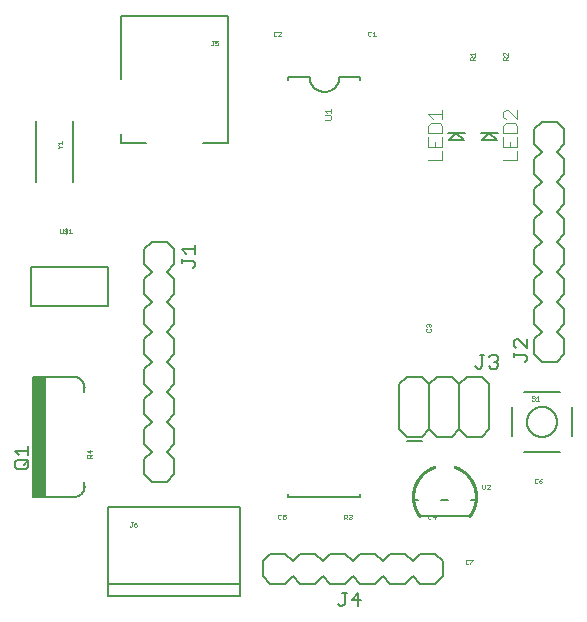
<source format=gto>
G75*
%MOIN*%
%OFA0B0*%
%FSLAX25Y25*%
%IPPOS*%
%LPD*%
%AMOC8*
5,1,8,0,0,1.08239X$1,22.5*
%
%ADD10C,0.00100*%
%ADD11C,0.00800*%
%ADD12C,0.00500*%
%ADD13C,0.00400*%
%ADD14R,0.04000X0.40000*%
%ADD15C,0.00200*%
%ADD16C,0.00080*%
D10*
X0134282Y0054050D02*
X0134282Y0054801D01*
X0134532Y0055051D01*
X0135033Y0055051D01*
X0135283Y0054801D01*
X0135283Y0054050D01*
X0135783Y0054050D02*
X0134282Y0054050D01*
X0135283Y0054550D02*
X0135783Y0055051D01*
X0135033Y0055523D02*
X0135033Y0056524D01*
X0135783Y0056274D02*
X0134282Y0056274D01*
X0135033Y0055523D01*
X0148884Y0032551D02*
X0149384Y0032551D01*
X0149134Y0032551D02*
X0149134Y0031300D01*
X0148884Y0031050D01*
X0148634Y0031050D01*
X0148383Y0031300D01*
X0149857Y0031300D02*
X0150107Y0031050D01*
X0150607Y0031050D01*
X0150857Y0031300D01*
X0150857Y0031550D01*
X0150607Y0031801D01*
X0149857Y0031801D01*
X0149857Y0031300D01*
X0149857Y0031801D02*
X0150357Y0032301D01*
X0150857Y0032551D01*
X0197883Y0033800D02*
X0198134Y0033550D01*
X0198634Y0033550D01*
X0198884Y0033800D01*
X0199357Y0033800D02*
X0199607Y0033550D01*
X0200107Y0033550D01*
X0200357Y0033800D01*
X0200357Y0034301D01*
X0200107Y0034551D01*
X0199857Y0034551D01*
X0199357Y0034301D01*
X0199357Y0035051D01*
X0200357Y0035051D01*
X0198884Y0034801D02*
X0198634Y0035051D01*
X0198134Y0035051D01*
X0197883Y0034801D01*
X0197883Y0033800D01*
X0219883Y0034050D02*
X0220634Y0034050D01*
X0220884Y0034301D01*
X0220884Y0034801D01*
X0220634Y0035051D01*
X0219883Y0035051D01*
X0219883Y0033550D01*
X0220384Y0034050D02*
X0220884Y0033550D01*
X0221357Y0033800D02*
X0221607Y0033550D01*
X0222107Y0033550D01*
X0222357Y0033800D01*
X0222357Y0034050D01*
X0222107Y0034301D01*
X0221857Y0034301D01*
X0222107Y0034301D02*
X0222357Y0034551D01*
X0222357Y0034801D01*
X0222107Y0035051D01*
X0221607Y0035051D01*
X0221357Y0034801D01*
X0247883Y0034801D02*
X0247883Y0033800D01*
X0248134Y0033550D01*
X0248634Y0033550D01*
X0248884Y0033800D01*
X0249357Y0034301D02*
X0250357Y0034301D01*
X0250107Y0035051D02*
X0249357Y0034301D01*
X0248884Y0034801D02*
X0248634Y0035051D01*
X0248134Y0035051D01*
X0247883Y0034801D01*
X0250107Y0035051D02*
X0250107Y0033550D01*
X0260634Y0020051D02*
X0260383Y0019801D01*
X0260383Y0018800D01*
X0260634Y0018550D01*
X0261134Y0018550D01*
X0261384Y0018800D01*
X0261857Y0018800D02*
X0261857Y0018550D01*
X0261857Y0018800D02*
X0262857Y0019801D01*
X0262857Y0020051D01*
X0261857Y0020051D01*
X0261384Y0019801D02*
X0261134Y0020051D01*
X0260634Y0020051D01*
X0283634Y0045550D02*
X0284134Y0045550D01*
X0284384Y0045800D01*
X0284857Y0045800D02*
X0285107Y0045550D01*
X0285607Y0045550D01*
X0285857Y0045800D01*
X0285857Y0046050D01*
X0285607Y0046301D01*
X0284857Y0046301D01*
X0284857Y0045800D01*
X0284857Y0046301D02*
X0285357Y0046801D01*
X0285857Y0047051D01*
X0284384Y0046801D02*
X0284134Y0047051D01*
X0283634Y0047051D01*
X0283383Y0046801D01*
X0283383Y0045800D01*
X0283634Y0045550D01*
X0283857Y0073050D02*
X0284857Y0073050D01*
X0284357Y0073050D02*
X0284357Y0074551D01*
X0283857Y0074051D01*
X0283384Y0074301D02*
X0283134Y0074551D01*
X0282634Y0074551D01*
X0282383Y0074301D01*
X0282383Y0074051D01*
X0282634Y0073801D01*
X0283134Y0073801D01*
X0283384Y0073550D01*
X0283384Y0073300D01*
X0283134Y0073050D01*
X0282634Y0073050D01*
X0282383Y0073300D01*
X0248783Y0096300D02*
X0248783Y0096801D01*
X0248533Y0097051D01*
X0248533Y0097523D02*
X0248783Y0097773D01*
X0248783Y0098274D01*
X0248533Y0098524D01*
X0248283Y0098524D01*
X0248033Y0098274D01*
X0248033Y0098024D01*
X0248033Y0098274D02*
X0247782Y0098524D01*
X0247532Y0098524D01*
X0247282Y0098274D01*
X0247282Y0097773D01*
X0247532Y0097523D01*
X0247532Y0097051D02*
X0247282Y0096801D01*
X0247282Y0096300D01*
X0247532Y0096050D01*
X0248533Y0096050D01*
X0248783Y0096300D01*
X0129081Y0128800D02*
X0128080Y0128800D01*
X0128580Y0128800D02*
X0128580Y0130301D01*
X0128080Y0129801D01*
X0127607Y0130051D02*
X0127357Y0130301D01*
X0126857Y0130301D01*
X0126607Y0130051D01*
X0126607Y0129801D01*
X0126857Y0129551D01*
X0127357Y0129551D01*
X0127607Y0129300D01*
X0127607Y0129050D01*
X0127357Y0128800D01*
X0126857Y0128800D01*
X0126607Y0129050D01*
X0126134Y0129050D02*
X0126134Y0130301D01*
X0125133Y0130301D02*
X0125133Y0129050D01*
X0125384Y0128800D01*
X0125884Y0128800D01*
X0126134Y0129050D01*
X0127107Y0128550D02*
X0127107Y0130551D01*
X0124632Y0157103D02*
X0125133Y0157604D01*
X0125883Y0157604D01*
X0125133Y0157604D02*
X0124632Y0158104D01*
X0124382Y0158104D01*
X0124882Y0158577D02*
X0124382Y0159077D01*
X0125883Y0159077D01*
X0125883Y0158577D02*
X0125883Y0159578D01*
X0124632Y0157103D02*
X0124382Y0157103D01*
X0175437Y0191700D02*
X0175687Y0191450D01*
X0175937Y0191450D01*
X0176187Y0191700D01*
X0176187Y0192951D01*
X0175937Y0192951D02*
X0176438Y0192951D01*
X0176910Y0192951D02*
X0176910Y0192201D01*
X0177410Y0192451D01*
X0177661Y0192451D01*
X0177911Y0192201D01*
X0177911Y0191700D01*
X0177661Y0191450D01*
X0177160Y0191450D01*
X0176910Y0191700D01*
X0176910Y0192951D02*
X0177911Y0192951D01*
X0196383Y0194800D02*
X0196634Y0194550D01*
X0197134Y0194550D01*
X0197384Y0194800D01*
X0197857Y0194550D02*
X0198857Y0195551D01*
X0198857Y0195801D01*
X0198607Y0196051D01*
X0198107Y0196051D01*
X0197857Y0195801D01*
X0197384Y0195801D02*
X0197134Y0196051D01*
X0196634Y0196051D01*
X0196383Y0195801D01*
X0196383Y0194800D01*
X0197857Y0194550D02*
X0198857Y0194550D01*
X0227883Y0194800D02*
X0228134Y0194550D01*
X0228634Y0194550D01*
X0228884Y0194800D01*
X0229357Y0194550D02*
X0230357Y0194550D01*
X0229857Y0194550D02*
X0229857Y0196051D01*
X0229357Y0195551D01*
X0228884Y0195801D02*
X0228634Y0196051D01*
X0228134Y0196051D01*
X0227883Y0195801D01*
X0227883Y0194800D01*
X0261882Y0188577D02*
X0263383Y0188577D01*
X0263383Y0188077D02*
X0263383Y0189078D01*
X0262382Y0188077D02*
X0261882Y0188577D01*
X0262132Y0187604D02*
X0262633Y0187604D01*
X0262883Y0187354D01*
X0262883Y0186603D01*
X0263383Y0186603D02*
X0261882Y0186603D01*
X0261882Y0187354D01*
X0262132Y0187604D01*
X0262883Y0187104D02*
X0263383Y0187604D01*
X0272882Y0187354D02*
X0273132Y0187604D01*
X0273633Y0187604D01*
X0273883Y0187354D01*
X0273883Y0186603D01*
X0274383Y0186603D02*
X0272882Y0186603D01*
X0272882Y0187354D01*
X0273132Y0188077D02*
X0272882Y0188327D01*
X0272882Y0188827D01*
X0273132Y0189078D01*
X0273382Y0189078D01*
X0274383Y0188077D01*
X0274383Y0189078D01*
X0274383Y0187604D02*
X0273883Y0187104D01*
D11*
X0285833Y0166000D02*
X0290833Y0166000D01*
X0293333Y0163500D01*
X0293333Y0158500D01*
X0290833Y0156000D01*
X0293333Y0153500D01*
X0293333Y0148500D01*
X0290833Y0146000D01*
X0293333Y0143500D01*
X0293333Y0138500D01*
X0290833Y0136000D01*
X0293333Y0133500D01*
X0293333Y0128500D01*
X0290833Y0126000D01*
X0293333Y0123500D01*
X0293333Y0118500D01*
X0290833Y0116000D01*
X0293333Y0113500D01*
X0293333Y0108500D01*
X0290833Y0106000D01*
X0293333Y0103500D01*
X0293333Y0098500D01*
X0290833Y0096000D01*
X0293333Y0093500D01*
X0293333Y0088500D01*
X0290833Y0086000D01*
X0285833Y0086000D01*
X0283333Y0088500D01*
X0283333Y0093500D01*
X0285833Y0096000D01*
X0283333Y0098500D01*
X0283333Y0103500D01*
X0285833Y0106000D01*
X0283333Y0108500D01*
X0283333Y0113500D01*
X0285833Y0116000D01*
X0283333Y0118500D01*
X0283333Y0123500D01*
X0285833Y0126000D01*
X0283333Y0128500D01*
X0283333Y0133500D01*
X0285833Y0136000D01*
X0283333Y0138500D01*
X0283333Y0143500D01*
X0285833Y0146000D01*
X0283333Y0148500D01*
X0283333Y0153500D01*
X0285833Y0156000D01*
X0283333Y0158500D01*
X0283333Y0163500D01*
X0285833Y0166000D01*
X0271089Y0162181D02*
X0268333Y0162181D01*
X0270696Y0159819D01*
X0265971Y0159819D01*
X0268333Y0162181D01*
X0265577Y0162181D01*
X0260089Y0162181D02*
X0257333Y0162181D01*
X0259696Y0159819D01*
X0254971Y0159819D01*
X0257333Y0162181D01*
X0254577Y0162181D01*
X0225333Y0180000D02*
X0225333Y0181000D01*
X0218333Y0181000D01*
X0218331Y0180860D01*
X0218325Y0180720D01*
X0218315Y0180580D01*
X0218302Y0180440D01*
X0218284Y0180301D01*
X0218262Y0180162D01*
X0218237Y0180025D01*
X0218208Y0179887D01*
X0218175Y0179751D01*
X0218138Y0179616D01*
X0218097Y0179482D01*
X0218052Y0179349D01*
X0218004Y0179217D01*
X0217952Y0179087D01*
X0217897Y0178958D01*
X0217838Y0178831D01*
X0217775Y0178705D01*
X0217709Y0178581D01*
X0217640Y0178460D01*
X0217567Y0178340D01*
X0217490Y0178222D01*
X0217411Y0178107D01*
X0217328Y0177993D01*
X0217242Y0177883D01*
X0217153Y0177774D01*
X0217061Y0177668D01*
X0216966Y0177565D01*
X0216869Y0177464D01*
X0216768Y0177367D01*
X0216665Y0177272D01*
X0216559Y0177180D01*
X0216450Y0177091D01*
X0216340Y0177005D01*
X0216226Y0176922D01*
X0216111Y0176843D01*
X0215993Y0176766D01*
X0215873Y0176693D01*
X0215752Y0176624D01*
X0215628Y0176558D01*
X0215502Y0176495D01*
X0215375Y0176436D01*
X0215246Y0176381D01*
X0215116Y0176329D01*
X0214984Y0176281D01*
X0214851Y0176236D01*
X0214717Y0176195D01*
X0214582Y0176158D01*
X0214446Y0176125D01*
X0214308Y0176096D01*
X0214171Y0176071D01*
X0214032Y0176049D01*
X0213893Y0176031D01*
X0213753Y0176018D01*
X0213613Y0176008D01*
X0213473Y0176002D01*
X0213333Y0176000D01*
X0213193Y0176002D01*
X0213053Y0176008D01*
X0212913Y0176018D01*
X0212773Y0176031D01*
X0212634Y0176049D01*
X0212495Y0176071D01*
X0212358Y0176096D01*
X0212220Y0176125D01*
X0212084Y0176158D01*
X0211949Y0176195D01*
X0211815Y0176236D01*
X0211682Y0176281D01*
X0211550Y0176329D01*
X0211420Y0176381D01*
X0211291Y0176436D01*
X0211164Y0176495D01*
X0211038Y0176558D01*
X0210914Y0176624D01*
X0210793Y0176693D01*
X0210673Y0176766D01*
X0210555Y0176843D01*
X0210440Y0176922D01*
X0210326Y0177005D01*
X0210216Y0177091D01*
X0210107Y0177180D01*
X0210001Y0177272D01*
X0209898Y0177367D01*
X0209797Y0177464D01*
X0209700Y0177565D01*
X0209605Y0177668D01*
X0209513Y0177774D01*
X0209424Y0177883D01*
X0209338Y0177993D01*
X0209255Y0178107D01*
X0209176Y0178222D01*
X0209099Y0178340D01*
X0209026Y0178460D01*
X0208957Y0178581D01*
X0208891Y0178705D01*
X0208828Y0178831D01*
X0208769Y0178958D01*
X0208714Y0179087D01*
X0208662Y0179217D01*
X0208614Y0179349D01*
X0208569Y0179482D01*
X0208528Y0179616D01*
X0208491Y0179751D01*
X0208458Y0179887D01*
X0208429Y0180025D01*
X0208404Y0180162D01*
X0208382Y0180301D01*
X0208364Y0180440D01*
X0208351Y0180580D01*
X0208341Y0180720D01*
X0208335Y0180860D01*
X0208333Y0181000D01*
X0201333Y0181000D01*
X0201333Y0180000D01*
X0181050Y0159063D02*
X0172782Y0159063D01*
X0181050Y0159063D02*
X0181050Y0201189D01*
X0145617Y0201189D01*
X0145617Y0180323D01*
X0145617Y0161819D02*
X0145617Y0159063D01*
X0153885Y0159063D01*
X0155833Y0126000D02*
X0153333Y0123500D01*
X0153333Y0118500D01*
X0155833Y0116000D01*
X0153333Y0113500D01*
X0153333Y0108500D01*
X0155833Y0106000D01*
X0153333Y0103500D01*
X0153333Y0098500D01*
X0155833Y0096000D01*
X0153333Y0093500D01*
X0153333Y0088500D01*
X0155833Y0086000D01*
X0153333Y0083500D01*
X0153333Y0078500D01*
X0155833Y0076000D01*
X0153333Y0073500D01*
X0153333Y0068500D01*
X0155833Y0066000D01*
X0153333Y0063500D01*
X0153333Y0058500D01*
X0155833Y0056000D01*
X0153333Y0053500D01*
X0153333Y0048500D01*
X0155833Y0046000D01*
X0160833Y0046000D01*
X0163333Y0048500D01*
X0163333Y0053500D01*
X0160833Y0056000D01*
X0163333Y0058500D01*
X0163333Y0063500D01*
X0160833Y0066000D01*
X0163333Y0068500D01*
X0163333Y0073500D01*
X0160833Y0076000D01*
X0163333Y0078500D01*
X0163333Y0083500D01*
X0160833Y0086000D01*
X0163333Y0088500D01*
X0163333Y0093500D01*
X0160833Y0096000D01*
X0163333Y0098500D01*
X0163333Y0103500D01*
X0160833Y0106000D01*
X0163333Y0108500D01*
X0163333Y0113500D01*
X0160833Y0116000D01*
X0163333Y0118500D01*
X0163333Y0123500D01*
X0160833Y0126000D01*
X0155833Y0126000D01*
X0141233Y0117500D02*
X0115433Y0117500D01*
X0115433Y0104500D01*
X0141233Y0104500D01*
X0141233Y0117500D01*
X0129833Y0081000D02*
X0120333Y0081000D01*
X0116333Y0081000D01*
X0116333Y0041000D01*
X0120333Y0041000D01*
X0120333Y0081000D01*
X0129834Y0081000D02*
X0129949Y0081001D01*
X0130064Y0080998D01*
X0130179Y0080991D01*
X0130294Y0080980D01*
X0130408Y0080965D01*
X0130522Y0080947D01*
X0130635Y0080925D01*
X0130748Y0080899D01*
X0130859Y0080869D01*
X0130969Y0080835D01*
X0131079Y0080798D01*
X0131186Y0080757D01*
X0131293Y0080712D01*
X0131397Y0080664D01*
X0131501Y0080612D01*
X0131602Y0080557D01*
X0131701Y0080498D01*
X0131799Y0080437D01*
X0131894Y0080371D01*
X0131987Y0080303D01*
X0132077Y0080232D01*
X0132165Y0080157D01*
X0132251Y0080080D01*
X0132334Y0080000D01*
X0132414Y0079917D01*
X0132491Y0079831D01*
X0132566Y0079743D01*
X0132637Y0079653D01*
X0132705Y0079560D01*
X0132771Y0079465D01*
X0132832Y0079367D01*
X0132891Y0079268D01*
X0132946Y0079167D01*
X0132998Y0079063D01*
X0133046Y0078959D01*
X0133091Y0078852D01*
X0133132Y0078745D01*
X0133169Y0078635D01*
X0133203Y0078525D01*
X0133233Y0078414D01*
X0133259Y0078301D01*
X0133281Y0078188D01*
X0133299Y0078074D01*
X0133314Y0077960D01*
X0133325Y0077845D01*
X0133332Y0077730D01*
X0133335Y0077615D01*
X0133334Y0077500D01*
X0133333Y0077500D02*
X0133333Y0076000D01*
X0133333Y0046000D02*
X0133333Y0044500D01*
X0133334Y0044500D02*
X0133335Y0044385D01*
X0133332Y0044270D01*
X0133325Y0044155D01*
X0133314Y0044040D01*
X0133299Y0043926D01*
X0133281Y0043812D01*
X0133259Y0043699D01*
X0133233Y0043586D01*
X0133203Y0043475D01*
X0133169Y0043365D01*
X0133132Y0043255D01*
X0133091Y0043148D01*
X0133046Y0043041D01*
X0132998Y0042937D01*
X0132946Y0042833D01*
X0132891Y0042732D01*
X0132832Y0042633D01*
X0132771Y0042535D01*
X0132705Y0042440D01*
X0132637Y0042347D01*
X0132566Y0042257D01*
X0132491Y0042169D01*
X0132414Y0042083D01*
X0132334Y0042000D01*
X0132251Y0041920D01*
X0132165Y0041843D01*
X0132077Y0041768D01*
X0131987Y0041697D01*
X0131894Y0041629D01*
X0131799Y0041563D01*
X0131701Y0041502D01*
X0131602Y0041443D01*
X0131501Y0041388D01*
X0131397Y0041336D01*
X0131293Y0041288D01*
X0131186Y0041243D01*
X0131079Y0041202D01*
X0130969Y0041165D01*
X0130859Y0041131D01*
X0130748Y0041101D01*
X0130635Y0041075D01*
X0130522Y0041053D01*
X0130408Y0041035D01*
X0130294Y0041020D01*
X0130179Y0041009D01*
X0130064Y0041002D01*
X0129949Y0040999D01*
X0129834Y0041000D01*
X0129833Y0041000D02*
X0120333Y0041000D01*
X0141129Y0037535D02*
X0141129Y0011945D01*
X0185223Y0011945D01*
X0185223Y0008008D01*
X0141129Y0008008D01*
X0141129Y0011945D01*
X0141129Y0037535D02*
X0185223Y0037535D01*
X0185223Y0011945D01*
X0192833Y0014500D02*
X0195333Y0012000D01*
X0200333Y0012000D01*
X0202833Y0014500D01*
X0205333Y0012000D01*
X0210333Y0012000D01*
X0212833Y0014500D01*
X0215333Y0012000D01*
X0220333Y0012000D01*
X0222833Y0014500D01*
X0225333Y0012000D01*
X0230333Y0012000D01*
X0232833Y0014500D01*
X0235333Y0012000D01*
X0240333Y0012000D01*
X0242833Y0014500D01*
X0245333Y0012000D01*
X0250333Y0012000D01*
X0252833Y0014500D01*
X0252833Y0019500D01*
X0250333Y0022000D01*
X0245333Y0022000D01*
X0242833Y0019500D01*
X0240333Y0022000D01*
X0235333Y0022000D01*
X0232833Y0019500D01*
X0230333Y0022000D01*
X0225333Y0022000D01*
X0222833Y0019500D01*
X0220333Y0022000D01*
X0215333Y0022000D01*
X0212833Y0019500D01*
X0210333Y0022000D01*
X0205333Y0022000D01*
X0202833Y0019500D01*
X0200333Y0022000D01*
X0195333Y0022000D01*
X0192833Y0019500D01*
X0192833Y0014500D01*
X0201333Y0041000D02*
X0201333Y0042000D01*
X0201333Y0041000D02*
X0225333Y0041000D01*
X0225333Y0042000D01*
X0242881Y0040000D02*
X0244460Y0040000D01*
X0245087Y0034500D02*
X0261579Y0034500D01*
X0262206Y0040000D02*
X0263786Y0040000D01*
X0254460Y0040000D02*
X0252206Y0040000D01*
X0279770Y0056000D02*
X0291896Y0056000D01*
X0295833Y0061118D02*
X0295833Y0070882D01*
X0291896Y0076000D02*
X0279770Y0076000D01*
X0275833Y0071000D02*
X0275833Y0061118D01*
X0268333Y0063500D02*
X0268333Y0078500D01*
X0265833Y0081000D01*
X0260833Y0081000D01*
X0258333Y0078500D01*
X0258333Y0063500D01*
X0260833Y0061000D01*
X0265833Y0061000D01*
X0268333Y0063500D01*
X0258333Y0063500D02*
X0255833Y0061000D01*
X0250833Y0061000D01*
X0248333Y0063500D01*
X0248333Y0078500D01*
X0250833Y0081000D01*
X0255833Y0081000D01*
X0258333Y0078500D01*
X0248333Y0078500D02*
X0245833Y0081000D01*
X0240833Y0081000D01*
X0238333Y0078500D01*
X0238333Y0063500D01*
X0240833Y0061000D01*
X0245833Y0061000D01*
X0248333Y0063500D01*
X0245833Y0059681D02*
X0240833Y0059681D01*
X0280833Y0066000D02*
X0280835Y0066141D01*
X0280841Y0066282D01*
X0280851Y0066422D01*
X0280865Y0066562D01*
X0280883Y0066702D01*
X0280904Y0066841D01*
X0280930Y0066980D01*
X0280959Y0067118D01*
X0280993Y0067254D01*
X0281030Y0067390D01*
X0281071Y0067525D01*
X0281116Y0067659D01*
X0281165Y0067791D01*
X0281217Y0067922D01*
X0281273Y0068051D01*
X0281333Y0068178D01*
X0281396Y0068304D01*
X0281462Y0068428D01*
X0281533Y0068551D01*
X0281606Y0068671D01*
X0281683Y0068789D01*
X0281763Y0068905D01*
X0281847Y0069018D01*
X0281933Y0069129D01*
X0282023Y0069238D01*
X0282116Y0069344D01*
X0282211Y0069447D01*
X0282310Y0069548D01*
X0282411Y0069646D01*
X0282515Y0069741D01*
X0282622Y0069833D01*
X0282731Y0069922D01*
X0282843Y0070007D01*
X0282957Y0070090D01*
X0283073Y0070170D01*
X0283192Y0070246D01*
X0283313Y0070318D01*
X0283435Y0070388D01*
X0283560Y0070453D01*
X0283686Y0070516D01*
X0283814Y0070574D01*
X0283944Y0070629D01*
X0284075Y0070681D01*
X0284208Y0070728D01*
X0284342Y0070772D01*
X0284477Y0070813D01*
X0284613Y0070849D01*
X0284750Y0070881D01*
X0284888Y0070910D01*
X0285026Y0070935D01*
X0285166Y0070955D01*
X0285306Y0070972D01*
X0285446Y0070985D01*
X0285587Y0070994D01*
X0285727Y0070999D01*
X0285868Y0071000D01*
X0286009Y0070997D01*
X0286150Y0070990D01*
X0286290Y0070979D01*
X0286430Y0070964D01*
X0286570Y0070945D01*
X0286709Y0070923D01*
X0286847Y0070896D01*
X0286985Y0070866D01*
X0287121Y0070831D01*
X0287257Y0070793D01*
X0287391Y0070751D01*
X0287525Y0070705D01*
X0287657Y0070656D01*
X0287787Y0070602D01*
X0287916Y0070545D01*
X0288043Y0070485D01*
X0288169Y0070421D01*
X0288292Y0070353D01*
X0288414Y0070282D01*
X0288534Y0070208D01*
X0288651Y0070130D01*
X0288766Y0070049D01*
X0288879Y0069965D01*
X0288990Y0069878D01*
X0289098Y0069787D01*
X0289203Y0069694D01*
X0289306Y0069597D01*
X0289406Y0069498D01*
X0289503Y0069396D01*
X0289597Y0069291D01*
X0289688Y0069184D01*
X0289776Y0069074D01*
X0289861Y0068962D01*
X0289943Y0068847D01*
X0290022Y0068730D01*
X0290097Y0068611D01*
X0290169Y0068490D01*
X0290237Y0068367D01*
X0290302Y0068242D01*
X0290364Y0068115D01*
X0290421Y0067986D01*
X0290476Y0067856D01*
X0290526Y0067725D01*
X0290573Y0067592D01*
X0290616Y0067458D01*
X0290655Y0067322D01*
X0290690Y0067186D01*
X0290722Y0067049D01*
X0290749Y0066911D01*
X0290773Y0066772D01*
X0290793Y0066632D01*
X0290809Y0066492D01*
X0290821Y0066352D01*
X0290829Y0066211D01*
X0290833Y0066070D01*
X0290833Y0065930D01*
X0290829Y0065789D01*
X0290821Y0065648D01*
X0290809Y0065508D01*
X0290793Y0065368D01*
X0290773Y0065228D01*
X0290749Y0065089D01*
X0290722Y0064951D01*
X0290690Y0064814D01*
X0290655Y0064678D01*
X0290616Y0064542D01*
X0290573Y0064408D01*
X0290526Y0064275D01*
X0290476Y0064144D01*
X0290421Y0064014D01*
X0290364Y0063885D01*
X0290302Y0063758D01*
X0290237Y0063633D01*
X0290169Y0063510D01*
X0290097Y0063389D01*
X0290022Y0063270D01*
X0289943Y0063153D01*
X0289861Y0063038D01*
X0289776Y0062926D01*
X0289688Y0062816D01*
X0289597Y0062709D01*
X0289503Y0062604D01*
X0289406Y0062502D01*
X0289306Y0062403D01*
X0289203Y0062306D01*
X0289098Y0062213D01*
X0288990Y0062122D01*
X0288879Y0062035D01*
X0288766Y0061951D01*
X0288651Y0061870D01*
X0288534Y0061792D01*
X0288414Y0061718D01*
X0288292Y0061647D01*
X0288169Y0061579D01*
X0288043Y0061515D01*
X0287916Y0061455D01*
X0287787Y0061398D01*
X0287657Y0061344D01*
X0287525Y0061295D01*
X0287391Y0061249D01*
X0287257Y0061207D01*
X0287121Y0061169D01*
X0286985Y0061134D01*
X0286847Y0061104D01*
X0286709Y0061077D01*
X0286570Y0061055D01*
X0286430Y0061036D01*
X0286290Y0061021D01*
X0286150Y0061010D01*
X0286009Y0061003D01*
X0285868Y0061000D01*
X0285727Y0061001D01*
X0285587Y0061006D01*
X0285446Y0061015D01*
X0285306Y0061028D01*
X0285166Y0061045D01*
X0285026Y0061065D01*
X0284888Y0061090D01*
X0284750Y0061119D01*
X0284613Y0061151D01*
X0284477Y0061187D01*
X0284342Y0061228D01*
X0284208Y0061272D01*
X0284075Y0061319D01*
X0283944Y0061371D01*
X0283814Y0061426D01*
X0283686Y0061484D01*
X0283560Y0061547D01*
X0283435Y0061612D01*
X0283313Y0061682D01*
X0283192Y0061754D01*
X0283073Y0061830D01*
X0282957Y0061910D01*
X0282843Y0061993D01*
X0282731Y0062078D01*
X0282622Y0062167D01*
X0282515Y0062259D01*
X0282411Y0062354D01*
X0282310Y0062452D01*
X0282211Y0062553D01*
X0282116Y0062656D01*
X0282023Y0062762D01*
X0281933Y0062871D01*
X0281847Y0062982D01*
X0281763Y0063095D01*
X0281683Y0063211D01*
X0281606Y0063329D01*
X0281533Y0063449D01*
X0281462Y0063572D01*
X0281396Y0063696D01*
X0281333Y0063822D01*
X0281273Y0063949D01*
X0281217Y0064078D01*
X0281165Y0064209D01*
X0281116Y0064341D01*
X0281071Y0064475D01*
X0281030Y0064610D01*
X0280993Y0064746D01*
X0280959Y0064882D01*
X0280930Y0065020D01*
X0280904Y0065159D01*
X0280883Y0065298D01*
X0280865Y0065438D01*
X0280851Y0065578D01*
X0280841Y0065718D01*
X0280835Y0065859D01*
X0280833Y0066000D01*
D12*
X0110830Y0050250D02*
X0110079Y0051001D01*
X0110079Y0052502D01*
X0110830Y0053253D01*
X0113833Y0053253D01*
X0114583Y0052502D01*
X0114583Y0051001D01*
X0113833Y0050250D01*
X0110830Y0050250D01*
X0113082Y0051751D02*
X0114583Y0053253D01*
X0114583Y0054854D02*
X0114583Y0057856D01*
X0114583Y0056355D02*
X0110079Y0056355D01*
X0111581Y0054854D01*
X0169533Y0117342D02*
X0170283Y0118093D01*
X0170283Y0118843D01*
X0169533Y0119594D01*
X0165779Y0119594D01*
X0165779Y0118843D02*
X0165779Y0120345D01*
X0167281Y0121946D02*
X0165779Y0123447D01*
X0170283Y0123447D01*
X0170283Y0121946D02*
X0170283Y0124949D01*
X0129633Y0145764D02*
X0129633Y0166236D01*
X0117034Y0166236D02*
X0117034Y0145764D01*
X0265085Y0088254D02*
X0266586Y0088254D01*
X0265835Y0088254D02*
X0265835Y0084501D01*
X0265085Y0083750D01*
X0264334Y0083750D01*
X0263583Y0084501D01*
X0268187Y0084501D02*
X0268938Y0083750D01*
X0270439Y0083750D01*
X0271190Y0084501D01*
X0271190Y0085251D01*
X0270439Y0086002D01*
X0269689Y0086002D01*
X0270439Y0086002D02*
X0271190Y0086753D01*
X0271190Y0087503D01*
X0270439Y0088254D01*
X0268938Y0088254D01*
X0268187Y0087503D01*
X0276379Y0087451D02*
X0276379Y0088953D01*
X0276379Y0088202D02*
X0280133Y0088202D01*
X0280883Y0087451D01*
X0280883Y0086701D01*
X0280133Y0085950D01*
X0280883Y0090554D02*
X0277881Y0093556D01*
X0277130Y0093556D01*
X0276379Y0092806D01*
X0276379Y0091305D01*
X0277130Y0090554D01*
X0280883Y0090554D02*
X0280883Y0093556D01*
X0224639Y0008954D02*
X0222387Y0006702D01*
X0225390Y0006702D01*
X0224639Y0004450D02*
X0224639Y0008954D01*
X0220786Y0008954D02*
X0219285Y0008954D01*
X0220035Y0008954D02*
X0220035Y0005201D01*
X0219285Y0004450D01*
X0218534Y0004450D01*
X0217783Y0005201D01*
D13*
X0247955Y0153157D02*
X0252559Y0153157D01*
X0252559Y0156226D01*
X0252559Y0157761D02*
X0252559Y0160830D01*
X0252559Y0162365D02*
X0247955Y0162365D01*
X0247955Y0164666D01*
X0248722Y0165434D01*
X0251791Y0165434D01*
X0252559Y0164666D01*
X0252559Y0162365D01*
X0250257Y0159295D02*
X0250257Y0157761D01*
X0247955Y0157761D02*
X0252559Y0157761D01*
X0247955Y0157761D02*
X0247955Y0160830D01*
X0249489Y0166968D02*
X0247955Y0168503D01*
X0252559Y0168503D01*
X0252559Y0166968D02*
X0252559Y0170038D01*
X0272955Y0169270D02*
X0272955Y0167736D01*
X0273722Y0166968D01*
X0273722Y0165434D02*
X0272955Y0164666D01*
X0272955Y0162365D01*
X0277559Y0162365D01*
X0277559Y0164666D01*
X0276791Y0165434D01*
X0273722Y0165434D01*
X0277559Y0166968D02*
X0274489Y0170038D01*
X0273722Y0170038D01*
X0272955Y0169270D01*
X0277559Y0170038D02*
X0277559Y0166968D01*
X0277559Y0160830D02*
X0277559Y0157761D01*
X0272955Y0157761D01*
X0272955Y0160830D01*
X0275257Y0159295D02*
X0275257Y0157761D01*
X0277559Y0156226D02*
X0277559Y0153157D01*
X0272955Y0153157D01*
D14*
X0118333Y0061000D03*
D15*
X0265933Y0045001D02*
X0265933Y0043834D01*
X0266167Y0043600D01*
X0266634Y0043600D01*
X0266867Y0043834D01*
X0266867Y0045001D01*
X0267407Y0044768D02*
X0267640Y0045001D01*
X0268107Y0045001D01*
X0268341Y0044768D01*
X0268341Y0044534D01*
X0267407Y0043600D01*
X0268341Y0043600D01*
X0215266Y0166680D02*
X0213431Y0166680D01*
X0213431Y0168148D02*
X0215266Y0168148D01*
X0215633Y0167781D01*
X0215633Y0167047D01*
X0215266Y0166680D01*
X0215633Y0168890D02*
X0215633Y0170358D01*
X0215633Y0169624D02*
X0213431Y0169624D01*
X0214165Y0168890D01*
D16*
X0250094Y0051365D02*
X0250306Y0050677D01*
X0250305Y0050677D02*
X0250070Y0050601D01*
X0249836Y0050518D01*
X0249604Y0050430D01*
X0249375Y0050336D01*
X0249148Y0050236D01*
X0248924Y0050131D01*
X0248702Y0050021D01*
X0248483Y0049905D01*
X0248266Y0049783D01*
X0248053Y0049657D01*
X0247843Y0049525D01*
X0247636Y0049389D01*
X0247433Y0049247D01*
X0247233Y0049100D01*
X0247037Y0048949D01*
X0246845Y0048792D01*
X0246656Y0048631D01*
X0246472Y0048466D01*
X0246291Y0048296D01*
X0246115Y0048122D01*
X0245943Y0047943D01*
X0245776Y0047761D01*
X0245613Y0047574D01*
X0245454Y0047383D01*
X0245301Y0047189D01*
X0245152Y0046990D01*
X0245008Y0046789D01*
X0244869Y0046583D01*
X0244735Y0046375D01*
X0244606Y0046163D01*
X0244482Y0045948D01*
X0244364Y0045730D01*
X0244251Y0045510D01*
X0244144Y0045286D01*
X0244042Y0045061D01*
X0243945Y0044832D01*
X0243854Y0044602D01*
X0243769Y0044369D01*
X0243690Y0044134D01*
X0243616Y0043897D01*
X0243548Y0043659D01*
X0243486Y0043419D01*
X0243430Y0043178D01*
X0243379Y0042935D01*
X0243335Y0042691D01*
X0243297Y0042446D01*
X0243264Y0042200D01*
X0243238Y0041954D01*
X0243218Y0041707D01*
X0243203Y0041460D01*
X0243195Y0041212D01*
X0243193Y0040964D01*
X0243197Y0040716D01*
X0243207Y0040468D01*
X0243223Y0040221D01*
X0243245Y0039974D01*
X0243273Y0039728D01*
X0243307Y0039482D01*
X0243347Y0039238D01*
X0243393Y0038994D01*
X0243445Y0038752D01*
X0243503Y0038511D01*
X0243567Y0038271D01*
X0243637Y0038034D01*
X0243712Y0037797D01*
X0243793Y0037563D01*
X0243880Y0037331D01*
X0243973Y0037101D01*
X0244071Y0036873D01*
X0244174Y0036648D01*
X0244283Y0036426D01*
X0244398Y0036206D01*
X0244518Y0035989D01*
X0244643Y0035775D01*
X0244773Y0035564D01*
X0244909Y0035357D01*
X0245049Y0035152D01*
X0245194Y0034952D01*
X0245345Y0034754D01*
X0244780Y0034309D01*
X0244779Y0034309D01*
X0244618Y0034520D01*
X0244462Y0034735D01*
X0244312Y0034954D01*
X0244167Y0035176D01*
X0244027Y0035402D01*
X0243893Y0035631D01*
X0243765Y0035863D01*
X0243642Y0036099D01*
X0243525Y0036337D01*
X0243414Y0036579D01*
X0243309Y0036822D01*
X0243210Y0037069D01*
X0243116Y0037317D01*
X0243029Y0037568D01*
X0242949Y0037821D01*
X0242874Y0038076D01*
X0242806Y0038333D01*
X0242744Y0038591D01*
X0242688Y0038850D01*
X0242638Y0039111D01*
X0242596Y0039373D01*
X0242559Y0039636D01*
X0242529Y0039900D01*
X0242505Y0040165D01*
X0242488Y0040430D01*
X0242477Y0040695D01*
X0242473Y0040960D01*
X0242475Y0041226D01*
X0242484Y0041491D01*
X0242499Y0041757D01*
X0242521Y0042021D01*
X0242549Y0042285D01*
X0242584Y0042548D01*
X0242625Y0042811D01*
X0242673Y0043072D01*
X0242726Y0043332D01*
X0242787Y0043591D01*
X0242853Y0043848D01*
X0242926Y0044103D01*
X0243005Y0044357D01*
X0243090Y0044608D01*
X0243181Y0044858D01*
X0243279Y0045105D01*
X0243382Y0045349D01*
X0243491Y0045591D01*
X0243606Y0045830D01*
X0243727Y0046067D01*
X0243854Y0046300D01*
X0243987Y0046530D01*
X0244125Y0046757D01*
X0244268Y0046981D01*
X0244417Y0047200D01*
X0244571Y0047417D01*
X0244731Y0047629D01*
X0244895Y0047837D01*
X0245065Y0048041D01*
X0245240Y0048241D01*
X0245419Y0048437D01*
X0245603Y0048628D01*
X0245792Y0048815D01*
X0245986Y0048997D01*
X0246183Y0049174D01*
X0246385Y0049347D01*
X0246591Y0049514D01*
X0246802Y0049676D01*
X0247016Y0049834D01*
X0247234Y0049985D01*
X0247455Y0050132D01*
X0247680Y0050273D01*
X0247908Y0050408D01*
X0248140Y0050538D01*
X0248375Y0050662D01*
X0248613Y0050780D01*
X0248853Y0050893D01*
X0249096Y0051000D01*
X0249342Y0051100D01*
X0249590Y0051195D01*
X0249841Y0051283D01*
X0250093Y0051365D01*
X0250115Y0051294D01*
X0249864Y0051212D01*
X0249616Y0051124D01*
X0249369Y0051030D01*
X0249125Y0050930D01*
X0248884Y0050825D01*
X0248645Y0050713D01*
X0248409Y0050595D01*
X0248176Y0050472D01*
X0247946Y0050343D01*
X0247719Y0050209D01*
X0247495Y0050069D01*
X0247276Y0049923D01*
X0247059Y0049772D01*
X0246847Y0049616D01*
X0246638Y0049455D01*
X0246433Y0049289D01*
X0246233Y0049118D01*
X0246036Y0048942D01*
X0245844Y0048761D01*
X0245657Y0048576D01*
X0245474Y0048386D01*
X0245296Y0048191D01*
X0245122Y0047993D01*
X0244954Y0047790D01*
X0244790Y0047583D01*
X0244632Y0047372D01*
X0244479Y0047158D01*
X0244331Y0046939D01*
X0244188Y0046717D01*
X0244051Y0046492D01*
X0243920Y0046263D01*
X0243794Y0046032D01*
X0243674Y0045797D01*
X0243559Y0045559D01*
X0243451Y0045319D01*
X0243348Y0045076D01*
X0243251Y0044831D01*
X0243161Y0044583D01*
X0243076Y0044334D01*
X0242998Y0044082D01*
X0242925Y0043828D01*
X0242859Y0043573D01*
X0242800Y0043316D01*
X0242746Y0043058D01*
X0242699Y0042798D01*
X0242658Y0042538D01*
X0242624Y0042276D01*
X0242596Y0042014D01*
X0242574Y0041751D01*
X0242559Y0041488D01*
X0242550Y0041225D01*
X0242548Y0040961D01*
X0242552Y0040697D01*
X0242563Y0040434D01*
X0242580Y0040171D01*
X0242603Y0039908D01*
X0242633Y0039646D01*
X0242670Y0039385D01*
X0242712Y0039125D01*
X0242761Y0038865D01*
X0242817Y0038608D01*
X0242878Y0038351D01*
X0242946Y0038096D01*
X0243020Y0037843D01*
X0243101Y0037592D01*
X0243187Y0037343D01*
X0243279Y0037096D01*
X0243378Y0036851D01*
X0243482Y0036609D01*
X0243593Y0036370D01*
X0243709Y0036133D01*
X0243831Y0035899D01*
X0243958Y0035668D01*
X0244091Y0035441D01*
X0244230Y0035216D01*
X0244374Y0034996D01*
X0244523Y0034778D01*
X0244678Y0034565D01*
X0244838Y0034355D01*
X0244897Y0034402D01*
X0244738Y0034610D01*
X0244585Y0034822D01*
X0244436Y0035038D01*
X0244293Y0035257D01*
X0244155Y0035480D01*
X0244023Y0035706D01*
X0243896Y0035935D01*
X0243775Y0036167D01*
X0243660Y0036402D01*
X0243551Y0036640D01*
X0243447Y0036880D01*
X0243349Y0037123D01*
X0243257Y0037369D01*
X0243172Y0037616D01*
X0243092Y0037865D01*
X0243018Y0038117D01*
X0242951Y0038370D01*
X0242890Y0038624D01*
X0242835Y0038880D01*
X0242786Y0039138D01*
X0242744Y0039396D01*
X0242708Y0039655D01*
X0242678Y0039916D01*
X0242655Y0040176D01*
X0242638Y0040438D01*
X0242627Y0040699D01*
X0242623Y0040961D01*
X0242625Y0041223D01*
X0242634Y0041485D01*
X0242649Y0041746D01*
X0242670Y0042007D01*
X0242698Y0042268D01*
X0242732Y0042527D01*
X0242773Y0042786D01*
X0242820Y0043044D01*
X0242873Y0043300D01*
X0242932Y0043555D01*
X0242998Y0043808D01*
X0243070Y0044060D01*
X0243147Y0044310D01*
X0243231Y0044558D01*
X0243321Y0044804D01*
X0243417Y0045048D01*
X0243519Y0045289D01*
X0243627Y0045528D01*
X0243741Y0045764D01*
X0243860Y0045997D01*
X0243985Y0046227D01*
X0244116Y0046454D01*
X0244252Y0046678D01*
X0244393Y0046898D01*
X0244540Y0047115D01*
X0244692Y0047328D01*
X0244849Y0047537D01*
X0245012Y0047743D01*
X0245179Y0047944D01*
X0245351Y0048141D01*
X0245528Y0048334D01*
X0245710Y0048523D01*
X0245896Y0048707D01*
X0246087Y0048887D01*
X0246282Y0049061D01*
X0246481Y0049231D01*
X0246684Y0049396D01*
X0246892Y0049556D01*
X0247103Y0049711D01*
X0247317Y0049861D01*
X0247536Y0050005D01*
X0247758Y0050144D01*
X0247983Y0050278D01*
X0248211Y0050406D01*
X0248443Y0050528D01*
X0248677Y0050645D01*
X0248915Y0050756D01*
X0249154Y0050861D01*
X0249397Y0050960D01*
X0249641Y0051054D01*
X0249888Y0051141D01*
X0250137Y0051222D01*
X0250159Y0051150D01*
X0249912Y0051070D01*
X0249667Y0050983D01*
X0249424Y0050891D01*
X0249183Y0050792D01*
X0248945Y0050688D01*
X0248710Y0050578D01*
X0248477Y0050462D01*
X0248247Y0050340D01*
X0248020Y0050213D01*
X0247797Y0050080D01*
X0247576Y0049942D01*
X0247359Y0049799D01*
X0247146Y0049650D01*
X0246937Y0049496D01*
X0246731Y0049337D01*
X0246529Y0049174D01*
X0246331Y0049005D01*
X0246137Y0048831D01*
X0245948Y0048653D01*
X0245763Y0048470D01*
X0245583Y0048283D01*
X0245407Y0048091D01*
X0245236Y0047895D01*
X0245070Y0047695D01*
X0244909Y0047491D01*
X0244753Y0047283D01*
X0244602Y0047072D01*
X0244456Y0046856D01*
X0244315Y0046638D01*
X0244180Y0046416D01*
X0244050Y0046190D01*
X0243926Y0045962D01*
X0243808Y0045730D01*
X0243695Y0045496D01*
X0243588Y0045259D01*
X0243487Y0045019D01*
X0243392Y0044778D01*
X0243302Y0044533D01*
X0243219Y0044287D01*
X0243141Y0044039D01*
X0243070Y0043789D01*
X0243005Y0043537D01*
X0242946Y0043284D01*
X0242893Y0043029D01*
X0242847Y0042773D01*
X0242807Y0042517D01*
X0242773Y0042259D01*
X0242745Y0042000D01*
X0242724Y0041741D01*
X0242709Y0041481D01*
X0242700Y0041222D01*
X0242698Y0040962D01*
X0242702Y0040702D01*
X0242713Y0040442D01*
X0242729Y0040182D01*
X0242753Y0039923D01*
X0242782Y0039665D01*
X0242818Y0039407D01*
X0242860Y0039151D01*
X0242908Y0038895D01*
X0242963Y0038641D01*
X0243024Y0038388D01*
X0243091Y0038137D01*
X0243164Y0037888D01*
X0243243Y0037640D01*
X0243328Y0037394D01*
X0243419Y0037151D01*
X0243516Y0036909D01*
X0243619Y0036671D01*
X0243728Y0036435D01*
X0243842Y0036201D01*
X0243962Y0035970D01*
X0244088Y0035743D01*
X0244220Y0035518D01*
X0244356Y0035297D01*
X0244498Y0035080D01*
X0244646Y0034865D01*
X0244798Y0034655D01*
X0244956Y0034448D01*
X0245015Y0034494D01*
X0244858Y0034700D01*
X0244707Y0034909D01*
X0244560Y0035122D01*
X0244419Y0035338D01*
X0244284Y0035557D01*
X0244153Y0035780D01*
X0244028Y0036006D01*
X0243909Y0036235D01*
X0243795Y0036467D01*
X0243687Y0036701D01*
X0243585Y0036938D01*
X0243489Y0037178D01*
X0243398Y0037420D01*
X0243314Y0037664D01*
X0243235Y0037910D01*
X0243163Y0038157D01*
X0243096Y0038407D01*
X0243036Y0038658D01*
X0242982Y0038910D01*
X0242934Y0039164D01*
X0242892Y0039419D01*
X0242857Y0039675D01*
X0242827Y0039931D01*
X0242804Y0040188D01*
X0242788Y0040446D01*
X0242777Y0040704D01*
X0242773Y0040962D01*
X0242775Y0041220D01*
X0242784Y0041478D01*
X0242799Y0041736D01*
X0242820Y0041993D01*
X0242847Y0042250D01*
X0242881Y0042506D01*
X0242921Y0042761D01*
X0242967Y0043015D01*
X0243019Y0043268D01*
X0243078Y0043519D01*
X0243143Y0043769D01*
X0243213Y0044017D01*
X0243290Y0044264D01*
X0243373Y0044508D01*
X0243462Y0044751D01*
X0243556Y0044991D01*
X0243657Y0045229D01*
X0243763Y0045464D01*
X0243875Y0045697D01*
X0243993Y0045927D01*
X0244116Y0046154D01*
X0244245Y0046377D01*
X0244379Y0046598D01*
X0244518Y0046815D01*
X0244663Y0047029D01*
X0244813Y0047239D01*
X0244968Y0047445D01*
X0245128Y0047648D01*
X0245293Y0047847D01*
X0245463Y0048041D01*
X0245637Y0048231D01*
X0245817Y0048417D01*
X0246000Y0048599D01*
X0246188Y0048776D01*
X0246380Y0048948D01*
X0246577Y0049116D01*
X0246777Y0049279D01*
X0246981Y0049436D01*
X0247190Y0049589D01*
X0247401Y0049737D01*
X0247617Y0049879D01*
X0247836Y0050016D01*
X0248058Y0050148D01*
X0248283Y0050274D01*
X0248511Y0050395D01*
X0248742Y0050510D01*
X0248976Y0050619D01*
X0249212Y0050723D01*
X0249451Y0050821D01*
X0249693Y0050913D01*
X0249936Y0050999D01*
X0250181Y0051079D01*
X0250204Y0051007D01*
X0249960Y0050928D01*
X0249718Y0050842D01*
X0249479Y0050751D01*
X0249241Y0050654D01*
X0249007Y0050551D01*
X0248775Y0050442D01*
X0248545Y0050328D01*
X0248318Y0050208D01*
X0248095Y0050083D01*
X0247874Y0049952D01*
X0247657Y0049816D01*
X0247443Y0049675D01*
X0247233Y0049528D01*
X0247026Y0049376D01*
X0246824Y0049220D01*
X0246625Y0049058D01*
X0246430Y0048892D01*
X0246239Y0048721D01*
X0246052Y0048545D01*
X0245870Y0048365D01*
X0245692Y0048180D01*
X0245519Y0047991D01*
X0245350Y0047798D01*
X0245186Y0047601D01*
X0245028Y0047400D01*
X0244874Y0047195D01*
X0244725Y0046986D01*
X0244581Y0046774D01*
X0244442Y0046558D01*
X0244309Y0046339D01*
X0244181Y0046117D01*
X0244059Y0045892D01*
X0243942Y0045663D01*
X0243831Y0045432D01*
X0243725Y0045199D01*
X0243626Y0044963D01*
X0243532Y0044724D01*
X0243444Y0044484D01*
X0243361Y0044241D01*
X0243285Y0043996D01*
X0243215Y0043750D01*
X0243151Y0043501D01*
X0243093Y0043252D01*
X0243041Y0043001D01*
X0242995Y0042748D01*
X0242955Y0042495D01*
X0242922Y0042241D01*
X0242894Y0041986D01*
X0242873Y0041731D01*
X0242859Y0041475D01*
X0242850Y0041219D01*
X0242848Y0040962D01*
X0242852Y0040706D01*
X0242862Y0040450D01*
X0242879Y0040194D01*
X0242902Y0039939D01*
X0242931Y0039684D01*
X0242966Y0039430D01*
X0243008Y0039177D01*
X0243055Y0038925D01*
X0243109Y0038675D01*
X0243169Y0038425D01*
X0243235Y0038178D01*
X0243307Y0037932D01*
X0243385Y0037688D01*
X0243469Y0037445D01*
X0243559Y0037205D01*
X0243654Y0036968D01*
X0243756Y0036732D01*
X0243863Y0036499D01*
X0243976Y0036269D01*
X0244094Y0036042D01*
X0244218Y0035817D01*
X0244348Y0035596D01*
X0244483Y0035378D01*
X0244623Y0035163D01*
X0244768Y0034952D01*
X0244918Y0034745D01*
X0245074Y0034541D01*
X0245133Y0034587D01*
X0244978Y0034790D01*
X0244829Y0034996D01*
X0244685Y0035205D01*
X0244546Y0035419D01*
X0244412Y0035635D01*
X0244283Y0035855D01*
X0244160Y0036077D01*
X0244043Y0036303D01*
X0243931Y0036532D01*
X0243824Y0036763D01*
X0243724Y0036997D01*
X0243629Y0037233D01*
X0243539Y0037471D01*
X0243456Y0037711D01*
X0243379Y0037954D01*
X0243307Y0038198D01*
X0243242Y0038444D01*
X0243182Y0038692D01*
X0243129Y0038940D01*
X0243081Y0039190D01*
X0243040Y0039442D01*
X0243005Y0039694D01*
X0242976Y0039946D01*
X0242954Y0040200D01*
X0242937Y0040454D01*
X0242927Y0040708D01*
X0242923Y0040963D01*
X0242925Y0041217D01*
X0242934Y0041471D01*
X0242948Y0041726D01*
X0242969Y0041979D01*
X0242996Y0042232D01*
X0243029Y0042485D01*
X0243069Y0042736D01*
X0243114Y0042986D01*
X0243166Y0043236D01*
X0243224Y0043483D01*
X0243287Y0043730D01*
X0243357Y0043975D01*
X0243433Y0044218D01*
X0243514Y0044459D01*
X0243602Y0044698D01*
X0243695Y0044934D01*
X0243794Y0045169D01*
X0243899Y0045401D01*
X0244009Y0045630D01*
X0244125Y0045857D01*
X0244247Y0046080D01*
X0244374Y0046301D01*
X0244506Y0046518D01*
X0244643Y0046732D01*
X0244786Y0046943D01*
X0244934Y0047150D01*
X0245087Y0047354D01*
X0245245Y0047553D01*
X0245407Y0047749D01*
X0245575Y0047941D01*
X0245747Y0048128D01*
X0245923Y0048312D01*
X0246104Y0048491D01*
X0246289Y0048665D01*
X0246479Y0048835D01*
X0246672Y0049000D01*
X0246870Y0049161D01*
X0247071Y0049316D01*
X0247277Y0049467D01*
X0247485Y0049612D01*
X0247698Y0049753D01*
X0247913Y0049888D01*
X0248132Y0050018D01*
X0248354Y0050142D01*
X0248579Y0050261D01*
X0248807Y0050375D01*
X0249037Y0050482D01*
X0249271Y0050585D01*
X0249506Y0050681D01*
X0249744Y0050772D01*
X0249984Y0050857D01*
X0250226Y0050935D01*
X0250248Y0050864D01*
X0250008Y0050785D01*
X0249769Y0050701D01*
X0249533Y0050611D01*
X0249300Y0050515D01*
X0249068Y0050414D01*
X0248839Y0050307D01*
X0248613Y0050194D01*
X0248390Y0050076D01*
X0248169Y0049953D01*
X0247952Y0049824D01*
X0247738Y0049690D01*
X0247527Y0049550D01*
X0247320Y0049406D01*
X0247116Y0049256D01*
X0246916Y0049102D01*
X0246720Y0048943D01*
X0246528Y0048779D01*
X0246340Y0048610D01*
X0246156Y0048437D01*
X0245976Y0048259D01*
X0245801Y0048077D01*
X0245630Y0047891D01*
X0245464Y0047700D01*
X0245303Y0047506D01*
X0245146Y0047308D01*
X0244994Y0047106D01*
X0244848Y0046900D01*
X0244706Y0046691D01*
X0244569Y0046478D01*
X0244438Y0046263D01*
X0244312Y0046044D01*
X0244192Y0045822D01*
X0244076Y0045597D01*
X0243967Y0045369D01*
X0243863Y0045139D01*
X0243765Y0044906D01*
X0243672Y0044671D01*
X0243585Y0044434D01*
X0243504Y0044194D01*
X0243429Y0043953D01*
X0243360Y0043710D01*
X0243296Y0043466D01*
X0243239Y0043220D01*
X0243188Y0042972D01*
X0243143Y0042724D01*
X0243104Y0042474D01*
X0243071Y0042223D01*
X0243044Y0041972D01*
X0243023Y0041720D01*
X0243009Y0041468D01*
X0243000Y0041216D01*
X0242998Y0040963D01*
X0243002Y0040710D01*
X0243012Y0040458D01*
X0243029Y0040206D01*
X0243051Y0039954D01*
X0243080Y0039703D01*
X0243114Y0039453D01*
X0243155Y0039204D01*
X0243202Y0038955D01*
X0243255Y0038708D01*
X0243314Y0038463D01*
X0243379Y0038218D01*
X0243450Y0037976D01*
X0243527Y0037735D01*
X0243610Y0037497D01*
X0243698Y0037260D01*
X0243793Y0037026D01*
X0243893Y0036794D01*
X0243998Y0036564D01*
X0244110Y0036337D01*
X0244226Y0036113D01*
X0244349Y0035892D01*
X0244476Y0035674D01*
X0244609Y0035459D01*
X0244747Y0035247D01*
X0244890Y0035039D01*
X0245038Y0034835D01*
X0245192Y0034634D01*
X0245250Y0034680D01*
X0245098Y0034880D01*
X0244951Y0035083D01*
X0244809Y0035289D01*
X0244672Y0035499D01*
X0244540Y0035713D01*
X0244414Y0035929D01*
X0244292Y0036149D01*
X0244176Y0036371D01*
X0244066Y0036596D01*
X0243961Y0036824D01*
X0243862Y0037055D01*
X0243768Y0037287D01*
X0243680Y0037522D01*
X0243598Y0037759D01*
X0243522Y0037998D01*
X0243452Y0038239D01*
X0243387Y0038481D01*
X0243328Y0038725D01*
X0243276Y0038970D01*
X0243229Y0039217D01*
X0243189Y0039464D01*
X0243154Y0039713D01*
X0243126Y0039962D01*
X0243103Y0040212D01*
X0243087Y0040462D01*
X0243077Y0040713D01*
X0243073Y0040963D01*
X0243075Y0041214D01*
X0243084Y0041465D01*
X0243098Y0041715D01*
X0243119Y0041965D01*
X0243145Y0042215D01*
X0243178Y0042463D01*
X0243217Y0042711D01*
X0243262Y0042958D01*
X0243312Y0043203D01*
X0243369Y0043448D01*
X0243432Y0043691D01*
X0243501Y0043932D01*
X0243575Y0044171D01*
X0243656Y0044409D01*
X0243742Y0044644D01*
X0243834Y0044878D01*
X0243932Y0045109D01*
X0244035Y0045337D01*
X0244144Y0045563D01*
X0244258Y0045787D01*
X0244378Y0046007D01*
X0244503Y0046224D01*
X0244633Y0046439D01*
X0244769Y0046650D01*
X0244909Y0046857D01*
X0245055Y0047061D01*
X0245206Y0047262D01*
X0245361Y0047459D01*
X0245521Y0047652D01*
X0245686Y0047841D01*
X0245856Y0048026D01*
X0246030Y0048206D01*
X0246208Y0048383D01*
X0246391Y0048555D01*
X0246577Y0048722D01*
X0246768Y0048885D01*
X0246963Y0049043D01*
X0247161Y0049196D01*
X0247364Y0049345D01*
X0247569Y0049488D01*
X0247778Y0049626D01*
X0247991Y0049760D01*
X0248207Y0049888D01*
X0248425Y0050010D01*
X0248647Y0050127D01*
X0248872Y0050239D01*
X0249099Y0050346D01*
X0249329Y0050446D01*
X0249561Y0050541D01*
X0249795Y0050631D01*
X0250032Y0050714D01*
X0250270Y0050792D01*
X0250292Y0050720D01*
X0250055Y0050643D01*
X0249821Y0050560D01*
X0249588Y0050471D01*
X0249358Y0050377D01*
X0249130Y0050277D01*
X0248904Y0050172D01*
X0248681Y0050061D01*
X0248461Y0049944D01*
X0248244Y0049822D01*
X0248030Y0049695D01*
X0247819Y0049563D01*
X0247611Y0049426D01*
X0247407Y0049284D01*
X0247206Y0049136D01*
X0247009Y0048984D01*
X0246816Y0048827D01*
X0246627Y0048665D01*
X0246441Y0048499D01*
X0246260Y0048329D01*
X0246083Y0048153D01*
X0245910Y0047974D01*
X0245742Y0047791D01*
X0245578Y0047603D01*
X0245419Y0047411D01*
X0245265Y0047216D01*
X0245115Y0047017D01*
X0244971Y0046814D01*
X0244831Y0046608D01*
X0244697Y0046399D01*
X0244567Y0046186D01*
X0244443Y0045970D01*
X0244324Y0045751D01*
X0244211Y0045530D01*
X0244103Y0045306D01*
X0244000Y0045079D01*
X0243903Y0044849D01*
X0243812Y0044618D01*
X0243727Y0044384D01*
X0243647Y0044148D01*
X0243573Y0043910D01*
X0243504Y0043671D01*
X0243442Y0043430D01*
X0243386Y0043187D01*
X0243335Y0042944D01*
X0243291Y0042699D01*
X0243252Y0042453D01*
X0243220Y0042206D01*
X0243193Y0041958D01*
X0243173Y0041710D01*
X0243158Y0041462D01*
X0243150Y0041213D01*
X0243148Y0040964D01*
X0243152Y0040715D01*
X0243162Y0040466D01*
X0243178Y0040218D01*
X0243200Y0039970D01*
X0243228Y0039722D01*
X0243263Y0039476D01*
X0243303Y0039230D01*
X0243349Y0038985D01*
X0243401Y0038742D01*
X0243460Y0038500D01*
X0243524Y0038259D01*
X0243594Y0038020D01*
X0243669Y0037783D01*
X0243751Y0037548D01*
X0243838Y0037315D01*
X0243931Y0037084D01*
X0244030Y0036855D01*
X0244134Y0036629D01*
X0244243Y0036405D01*
X0244358Y0036185D01*
X0244479Y0035967D01*
X0244604Y0035752D01*
X0244735Y0035540D01*
X0244871Y0035331D01*
X0245012Y0035126D01*
X0245158Y0034925D01*
X0245309Y0034727D01*
X0261886Y0034309D02*
X0261321Y0034755D01*
X0261321Y0034754D02*
X0261471Y0034951D01*
X0261617Y0035152D01*
X0261757Y0035356D01*
X0261893Y0035564D01*
X0262023Y0035775D01*
X0262148Y0035989D01*
X0262268Y0036206D01*
X0262383Y0036426D01*
X0262492Y0036648D01*
X0262595Y0036873D01*
X0262693Y0037101D01*
X0262786Y0037331D01*
X0262873Y0037563D01*
X0262954Y0037797D01*
X0263029Y0038033D01*
X0263099Y0038271D01*
X0263163Y0038511D01*
X0263221Y0038752D01*
X0263273Y0038994D01*
X0263319Y0039238D01*
X0263359Y0039482D01*
X0263393Y0039728D01*
X0263421Y0039974D01*
X0263443Y0040221D01*
X0263459Y0040468D01*
X0263469Y0040716D01*
X0263473Y0040964D01*
X0263471Y0041212D01*
X0263463Y0041459D01*
X0263448Y0041707D01*
X0263428Y0041954D01*
X0263402Y0042200D01*
X0263369Y0042446D01*
X0263331Y0042691D01*
X0263287Y0042935D01*
X0263236Y0043178D01*
X0263180Y0043419D01*
X0263118Y0043659D01*
X0263050Y0043897D01*
X0262977Y0044134D01*
X0262897Y0044369D01*
X0262812Y0044602D01*
X0262721Y0044832D01*
X0262625Y0045060D01*
X0262522Y0045286D01*
X0262415Y0045510D01*
X0262302Y0045730D01*
X0262184Y0045948D01*
X0262060Y0046163D01*
X0261931Y0046375D01*
X0261797Y0046583D01*
X0261658Y0046789D01*
X0261514Y0046990D01*
X0261366Y0047188D01*
X0261212Y0047383D01*
X0261054Y0047574D01*
X0260891Y0047760D01*
X0260723Y0047943D01*
X0260551Y0048122D01*
X0260375Y0048296D01*
X0260194Y0048466D01*
X0260010Y0048631D01*
X0259821Y0048792D01*
X0259629Y0048949D01*
X0259433Y0049100D01*
X0259233Y0049247D01*
X0259030Y0049389D01*
X0258823Y0049525D01*
X0258613Y0049657D01*
X0258400Y0049783D01*
X0258184Y0049905D01*
X0257964Y0050020D01*
X0257743Y0050131D01*
X0257518Y0050236D01*
X0257291Y0050336D01*
X0257062Y0050430D01*
X0256830Y0050518D01*
X0256596Y0050601D01*
X0256361Y0050677D01*
X0256573Y0051365D01*
X0256826Y0051283D01*
X0257076Y0051195D01*
X0257324Y0051100D01*
X0257570Y0050999D01*
X0257813Y0050893D01*
X0258054Y0050780D01*
X0258291Y0050662D01*
X0258526Y0050538D01*
X0258758Y0050408D01*
X0258986Y0050273D01*
X0259211Y0050132D01*
X0259433Y0049985D01*
X0259650Y0049833D01*
X0259864Y0049676D01*
X0260075Y0049514D01*
X0260281Y0049347D01*
X0260483Y0049174D01*
X0260681Y0048997D01*
X0260874Y0048815D01*
X0261063Y0048628D01*
X0261247Y0048437D01*
X0261426Y0048241D01*
X0261601Y0048041D01*
X0261771Y0047837D01*
X0261935Y0047629D01*
X0262095Y0047416D01*
X0262249Y0047200D01*
X0262398Y0046980D01*
X0262541Y0046757D01*
X0262679Y0046530D01*
X0262812Y0046300D01*
X0262939Y0046067D01*
X0263060Y0045830D01*
X0263175Y0045591D01*
X0263284Y0045349D01*
X0263388Y0045104D01*
X0263485Y0044857D01*
X0263576Y0044608D01*
X0263661Y0044357D01*
X0263740Y0044103D01*
X0263813Y0043848D01*
X0263879Y0043591D01*
X0263940Y0043332D01*
X0263994Y0043072D01*
X0264041Y0042811D01*
X0264082Y0042548D01*
X0264117Y0042285D01*
X0264145Y0042021D01*
X0264167Y0041756D01*
X0264182Y0041491D01*
X0264191Y0041226D01*
X0264193Y0040960D01*
X0264189Y0040695D01*
X0264178Y0040429D01*
X0264161Y0040165D01*
X0264137Y0039900D01*
X0264107Y0039636D01*
X0264070Y0039373D01*
X0264027Y0039111D01*
X0263978Y0038850D01*
X0263922Y0038591D01*
X0263860Y0038332D01*
X0263792Y0038076D01*
X0263717Y0037821D01*
X0263636Y0037568D01*
X0263549Y0037317D01*
X0263456Y0037069D01*
X0263357Y0036822D01*
X0263252Y0036578D01*
X0263141Y0036337D01*
X0263024Y0036099D01*
X0262901Y0035863D01*
X0262773Y0035631D01*
X0262639Y0035402D01*
X0262499Y0035176D01*
X0262354Y0034953D01*
X0262203Y0034735D01*
X0262048Y0034520D01*
X0261887Y0034309D01*
X0261828Y0034355D01*
X0261988Y0034565D01*
X0262142Y0034778D01*
X0262292Y0034995D01*
X0262436Y0035216D01*
X0262575Y0035441D01*
X0262708Y0035668D01*
X0262835Y0035899D01*
X0262957Y0036133D01*
X0263073Y0036370D01*
X0263184Y0036609D01*
X0263288Y0036851D01*
X0263387Y0037096D01*
X0263479Y0037343D01*
X0263565Y0037592D01*
X0263646Y0037843D01*
X0263720Y0038096D01*
X0263788Y0038351D01*
X0263849Y0038607D01*
X0263905Y0038865D01*
X0263954Y0039124D01*
X0263996Y0039385D01*
X0264033Y0039646D01*
X0264063Y0039908D01*
X0264086Y0040170D01*
X0264103Y0040434D01*
X0264114Y0040697D01*
X0264118Y0040961D01*
X0264116Y0041224D01*
X0264107Y0041488D01*
X0264092Y0041751D01*
X0264070Y0042014D01*
X0264042Y0042276D01*
X0264008Y0042538D01*
X0263967Y0042798D01*
X0263920Y0043058D01*
X0263866Y0043316D01*
X0263807Y0043573D01*
X0263741Y0043828D01*
X0263668Y0044082D01*
X0263590Y0044333D01*
X0263505Y0044583D01*
X0263415Y0044831D01*
X0263318Y0045076D01*
X0263215Y0045319D01*
X0263107Y0045559D01*
X0262992Y0045797D01*
X0262872Y0046032D01*
X0262746Y0046263D01*
X0262615Y0046492D01*
X0262478Y0046717D01*
X0262335Y0046939D01*
X0262188Y0047157D01*
X0262034Y0047372D01*
X0261876Y0047583D01*
X0261712Y0047790D01*
X0261544Y0047993D01*
X0261371Y0048191D01*
X0261192Y0048386D01*
X0261009Y0048576D01*
X0260822Y0048761D01*
X0260630Y0048942D01*
X0260434Y0049118D01*
X0260233Y0049289D01*
X0260028Y0049455D01*
X0259820Y0049616D01*
X0259607Y0049772D01*
X0259391Y0049923D01*
X0259171Y0050069D01*
X0258947Y0050209D01*
X0258720Y0050343D01*
X0258490Y0050472D01*
X0258257Y0050595D01*
X0258021Y0050713D01*
X0257782Y0050824D01*
X0257541Y0050930D01*
X0257297Y0051030D01*
X0257050Y0051124D01*
X0256802Y0051212D01*
X0256551Y0051294D01*
X0256529Y0051222D01*
X0256778Y0051141D01*
X0257025Y0051054D01*
X0257269Y0050960D01*
X0257512Y0050861D01*
X0257752Y0050756D01*
X0257989Y0050645D01*
X0258223Y0050528D01*
X0258455Y0050406D01*
X0258683Y0050278D01*
X0258908Y0050144D01*
X0259130Y0050005D01*
X0259349Y0049861D01*
X0259563Y0049711D01*
X0259775Y0049556D01*
X0259982Y0049396D01*
X0260185Y0049231D01*
X0260384Y0049061D01*
X0260579Y0048886D01*
X0260770Y0048707D01*
X0260956Y0048523D01*
X0261138Y0048334D01*
X0261315Y0048141D01*
X0261487Y0047944D01*
X0261654Y0047742D01*
X0261817Y0047537D01*
X0261974Y0047328D01*
X0262126Y0047115D01*
X0262273Y0046898D01*
X0262414Y0046677D01*
X0262550Y0046454D01*
X0262681Y0046227D01*
X0262806Y0045997D01*
X0262925Y0045764D01*
X0263039Y0045528D01*
X0263147Y0045289D01*
X0263249Y0045048D01*
X0263345Y0044804D01*
X0263435Y0044558D01*
X0263519Y0044310D01*
X0263597Y0044060D01*
X0263668Y0043808D01*
X0263734Y0043555D01*
X0263793Y0043300D01*
X0263846Y0043043D01*
X0263893Y0042786D01*
X0263934Y0042527D01*
X0263968Y0042267D01*
X0263996Y0042007D01*
X0264017Y0041746D01*
X0264032Y0041485D01*
X0264041Y0041223D01*
X0264043Y0040961D01*
X0264039Y0040699D01*
X0264028Y0040438D01*
X0264011Y0040176D01*
X0263988Y0039915D01*
X0263958Y0039655D01*
X0263922Y0039396D01*
X0263880Y0039138D01*
X0263831Y0038880D01*
X0263776Y0038624D01*
X0263715Y0038370D01*
X0263648Y0038117D01*
X0263574Y0037865D01*
X0263494Y0037616D01*
X0263408Y0037368D01*
X0263317Y0037123D01*
X0263219Y0036880D01*
X0263115Y0036640D01*
X0263006Y0036402D01*
X0262890Y0036167D01*
X0262769Y0035935D01*
X0262643Y0035705D01*
X0262511Y0035479D01*
X0262373Y0035257D01*
X0262230Y0035037D01*
X0262081Y0034822D01*
X0261928Y0034610D01*
X0261769Y0034401D01*
X0261710Y0034448D01*
X0261868Y0034655D01*
X0262020Y0034865D01*
X0262168Y0035079D01*
X0262310Y0035297D01*
X0262446Y0035518D01*
X0262578Y0035743D01*
X0262703Y0035970D01*
X0262824Y0036201D01*
X0262938Y0036434D01*
X0263047Y0036671D01*
X0263150Y0036909D01*
X0263247Y0037150D01*
X0263338Y0037394D01*
X0263423Y0037640D01*
X0263502Y0037887D01*
X0263575Y0038137D01*
X0263642Y0038388D01*
X0263703Y0038641D01*
X0263758Y0038895D01*
X0263806Y0039151D01*
X0263848Y0039407D01*
X0263884Y0039665D01*
X0263913Y0039923D01*
X0263937Y0040182D01*
X0263953Y0040442D01*
X0263964Y0040701D01*
X0263968Y0040961D01*
X0263966Y0041221D01*
X0263957Y0041481D01*
X0263942Y0041741D01*
X0263921Y0042000D01*
X0263893Y0042259D01*
X0263859Y0042516D01*
X0263819Y0042773D01*
X0263773Y0043029D01*
X0263720Y0043284D01*
X0263661Y0043537D01*
X0263596Y0043789D01*
X0263525Y0044039D01*
X0263447Y0044287D01*
X0263364Y0044533D01*
X0263275Y0044777D01*
X0263179Y0045019D01*
X0263078Y0045259D01*
X0262971Y0045496D01*
X0262858Y0045730D01*
X0262740Y0045962D01*
X0262616Y0046190D01*
X0262486Y0046415D01*
X0262351Y0046638D01*
X0262210Y0046856D01*
X0262064Y0047072D01*
X0261913Y0047283D01*
X0261757Y0047491D01*
X0261596Y0047695D01*
X0261430Y0047895D01*
X0261259Y0048091D01*
X0261083Y0048283D01*
X0260903Y0048470D01*
X0260718Y0048653D01*
X0260529Y0048831D01*
X0260335Y0049005D01*
X0260137Y0049173D01*
X0259935Y0049337D01*
X0259730Y0049496D01*
X0259520Y0049650D01*
X0259307Y0049799D01*
X0259090Y0049942D01*
X0258869Y0050080D01*
X0258646Y0050213D01*
X0258419Y0050340D01*
X0258189Y0050462D01*
X0257956Y0050577D01*
X0257721Y0050688D01*
X0257483Y0050792D01*
X0257242Y0050891D01*
X0256999Y0050983D01*
X0256754Y0051070D01*
X0256507Y0051150D01*
X0256485Y0051079D01*
X0256730Y0050999D01*
X0256973Y0050913D01*
X0257215Y0050821D01*
X0257454Y0050723D01*
X0257690Y0050619D01*
X0257924Y0050510D01*
X0258155Y0050395D01*
X0258383Y0050274D01*
X0258609Y0050148D01*
X0258831Y0050016D01*
X0259049Y0049879D01*
X0259265Y0049737D01*
X0259476Y0049589D01*
X0259685Y0049436D01*
X0259889Y0049278D01*
X0260089Y0049116D01*
X0260286Y0048948D01*
X0260478Y0048776D01*
X0260666Y0048599D01*
X0260850Y0048417D01*
X0261029Y0048231D01*
X0261203Y0048041D01*
X0261373Y0047846D01*
X0261538Y0047648D01*
X0261698Y0047445D01*
X0261853Y0047239D01*
X0262003Y0047029D01*
X0262148Y0046815D01*
X0262287Y0046598D01*
X0262421Y0046377D01*
X0262550Y0046153D01*
X0262673Y0045927D01*
X0262791Y0045697D01*
X0262903Y0045464D01*
X0263009Y0045229D01*
X0263110Y0044991D01*
X0263204Y0044751D01*
X0263293Y0044508D01*
X0263376Y0044264D01*
X0263453Y0044017D01*
X0263523Y0043769D01*
X0263588Y0043519D01*
X0263647Y0043268D01*
X0263699Y0043015D01*
X0263745Y0042761D01*
X0263785Y0042506D01*
X0263819Y0042250D01*
X0263846Y0041993D01*
X0263867Y0041736D01*
X0263882Y0041478D01*
X0263891Y0041220D01*
X0263893Y0040962D01*
X0263889Y0040704D01*
X0263878Y0040446D01*
X0263862Y0040188D01*
X0263839Y0039931D01*
X0263809Y0039674D01*
X0263774Y0039419D01*
X0263732Y0039164D01*
X0263684Y0038910D01*
X0263630Y0038658D01*
X0263570Y0038407D01*
X0263503Y0038157D01*
X0263431Y0037909D01*
X0263352Y0037664D01*
X0263268Y0037420D01*
X0263177Y0037178D01*
X0263081Y0036938D01*
X0262978Y0036701D01*
X0262870Y0036467D01*
X0262757Y0036235D01*
X0262637Y0036006D01*
X0262513Y0035780D01*
X0262382Y0035557D01*
X0262246Y0035338D01*
X0262105Y0035121D01*
X0261959Y0034909D01*
X0261808Y0034700D01*
X0261651Y0034494D01*
X0261592Y0034541D01*
X0261748Y0034745D01*
X0261898Y0034952D01*
X0262043Y0035163D01*
X0262183Y0035378D01*
X0262318Y0035596D01*
X0262448Y0035817D01*
X0262571Y0036042D01*
X0262690Y0036269D01*
X0262803Y0036499D01*
X0262910Y0036732D01*
X0263011Y0036967D01*
X0263107Y0037205D01*
X0263197Y0037445D01*
X0263281Y0037687D01*
X0263359Y0037932D01*
X0263431Y0038178D01*
X0263497Y0038425D01*
X0263557Y0038675D01*
X0263611Y0038925D01*
X0263658Y0039177D01*
X0263700Y0039430D01*
X0263735Y0039684D01*
X0263764Y0039939D01*
X0263787Y0040194D01*
X0263804Y0040450D01*
X0263814Y0040706D01*
X0263818Y0040962D01*
X0263816Y0041218D01*
X0263807Y0041475D01*
X0263793Y0041731D01*
X0263772Y0041986D01*
X0263744Y0042241D01*
X0263711Y0042495D01*
X0263671Y0042748D01*
X0263625Y0043001D01*
X0263573Y0043252D01*
X0263515Y0043501D01*
X0263451Y0043749D01*
X0263381Y0043996D01*
X0263305Y0044241D01*
X0263222Y0044483D01*
X0263134Y0044724D01*
X0263040Y0044963D01*
X0262941Y0045199D01*
X0262835Y0045432D01*
X0262724Y0045663D01*
X0262607Y0045891D01*
X0262485Y0046117D01*
X0262357Y0046339D01*
X0262224Y0046558D01*
X0262085Y0046774D01*
X0261941Y0046986D01*
X0261793Y0047195D01*
X0261639Y0047399D01*
X0261480Y0047601D01*
X0261316Y0047798D01*
X0261147Y0047991D01*
X0260974Y0048180D01*
X0260796Y0048364D01*
X0260614Y0048545D01*
X0260427Y0048720D01*
X0260237Y0048892D01*
X0260042Y0049058D01*
X0259843Y0049220D01*
X0259640Y0049376D01*
X0259433Y0049528D01*
X0259223Y0049674D01*
X0259009Y0049816D01*
X0258792Y0049952D01*
X0258571Y0050083D01*
X0258348Y0050208D01*
X0258121Y0050328D01*
X0257892Y0050442D01*
X0257659Y0050551D01*
X0257425Y0050654D01*
X0257187Y0050751D01*
X0256948Y0050842D01*
X0256706Y0050928D01*
X0256462Y0051007D01*
X0256440Y0050935D01*
X0256682Y0050856D01*
X0256922Y0050772D01*
X0257160Y0050681D01*
X0257396Y0050585D01*
X0257629Y0050482D01*
X0257859Y0050375D01*
X0258087Y0050261D01*
X0258312Y0050142D01*
X0258534Y0050018D01*
X0258753Y0049888D01*
X0258968Y0049753D01*
X0259181Y0049612D01*
X0259390Y0049467D01*
X0259595Y0049316D01*
X0259796Y0049161D01*
X0259994Y0049000D01*
X0260187Y0048835D01*
X0260377Y0048665D01*
X0260562Y0048491D01*
X0260743Y0048312D01*
X0260919Y0048128D01*
X0261091Y0047941D01*
X0261259Y0047749D01*
X0261421Y0047553D01*
X0261579Y0047354D01*
X0261732Y0047150D01*
X0261880Y0046943D01*
X0262023Y0046732D01*
X0262160Y0046518D01*
X0262292Y0046301D01*
X0262419Y0046080D01*
X0262541Y0045856D01*
X0262657Y0045630D01*
X0262767Y0045401D01*
X0262872Y0045169D01*
X0262971Y0044934D01*
X0263064Y0044697D01*
X0263152Y0044458D01*
X0263233Y0044217D01*
X0263309Y0043974D01*
X0263379Y0043730D01*
X0263442Y0043483D01*
X0263500Y0043235D01*
X0263552Y0042986D01*
X0263597Y0042736D01*
X0263637Y0042484D01*
X0263670Y0042232D01*
X0263697Y0041979D01*
X0263718Y0041725D01*
X0263732Y0041471D01*
X0263741Y0041217D01*
X0263743Y0040962D01*
X0263739Y0040708D01*
X0263729Y0040454D01*
X0263712Y0040200D01*
X0263690Y0039946D01*
X0263661Y0039693D01*
X0263626Y0039441D01*
X0263584Y0039190D01*
X0263537Y0038940D01*
X0263484Y0038691D01*
X0263424Y0038444D01*
X0263359Y0038198D01*
X0263287Y0037954D01*
X0263210Y0037711D01*
X0263127Y0037471D01*
X0263037Y0037232D01*
X0262942Y0036996D01*
X0262842Y0036763D01*
X0262735Y0036532D01*
X0262623Y0036303D01*
X0262506Y0036077D01*
X0262382Y0035855D01*
X0262254Y0035635D01*
X0262120Y0035418D01*
X0261981Y0035205D01*
X0261837Y0034996D01*
X0261688Y0034790D01*
X0261533Y0034587D01*
X0261474Y0034634D01*
X0261627Y0034834D01*
X0261776Y0035039D01*
X0261919Y0035247D01*
X0262057Y0035459D01*
X0262190Y0035674D01*
X0262317Y0035892D01*
X0262440Y0036113D01*
X0262556Y0036337D01*
X0262668Y0036564D01*
X0262773Y0036793D01*
X0262873Y0037025D01*
X0262967Y0037260D01*
X0263056Y0037496D01*
X0263139Y0037735D01*
X0263216Y0037976D01*
X0263287Y0038218D01*
X0263352Y0038462D01*
X0263411Y0038708D01*
X0263464Y0038955D01*
X0263511Y0039203D01*
X0263552Y0039453D01*
X0263586Y0039703D01*
X0263615Y0039954D01*
X0263637Y0040206D01*
X0263654Y0040458D01*
X0263664Y0040710D01*
X0263668Y0040963D01*
X0263666Y0041215D01*
X0263657Y0041468D01*
X0263643Y0041720D01*
X0263622Y0041972D01*
X0263595Y0042223D01*
X0263562Y0042474D01*
X0263523Y0042723D01*
X0263478Y0042972D01*
X0263427Y0043219D01*
X0263370Y0043465D01*
X0263306Y0043710D01*
X0263237Y0043953D01*
X0263162Y0044194D01*
X0263081Y0044434D01*
X0262994Y0044671D01*
X0262902Y0044906D01*
X0262803Y0045139D01*
X0262699Y0045369D01*
X0262590Y0045597D01*
X0262474Y0045821D01*
X0262354Y0046043D01*
X0262228Y0046262D01*
X0262097Y0046478D01*
X0261960Y0046691D01*
X0261818Y0046900D01*
X0261672Y0047106D01*
X0261520Y0047308D01*
X0261363Y0047506D01*
X0261202Y0047700D01*
X0261036Y0047891D01*
X0260865Y0048077D01*
X0260690Y0048259D01*
X0260510Y0048437D01*
X0260326Y0048610D01*
X0260138Y0048778D01*
X0259946Y0048942D01*
X0259750Y0049102D01*
X0259550Y0049256D01*
X0259346Y0049406D01*
X0259139Y0049550D01*
X0258928Y0049690D01*
X0258714Y0049824D01*
X0258497Y0049953D01*
X0258276Y0050076D01*
X0258053Y0050194D01*
X0257827Y0050307D01*
X0257598Y0050414D01*
X0257367Y0050515D01*
X0257133Y0050611D01*
X0256897Y0050701D01*
X0256658Y0050785D01*
X0256418Y0050864D01*
X0256396Y0050792D01*
X0256635Y0050714D01*
X0256871Y0050631D01*
X0257105Y0050541D01*
X0257338Y0050446D01*
X0257567Y0050346D01*
X0257794Y0050239D01*
X0258019Y0050127D01*
X0258241Y0050010D01*
X0258459Y0049888D01*
X0258675Y0049760D01*
X0258888Y0049626D01*
X0259097Y0049488D01*
X0259303Y0049345D01*
X0259505Y0049196D01*
X0259703Y0049043D01*
X0259898Y0048885D01*
X0260089Y0048722D01*
X0260275Y0048554D01*
X0260458Y0048382D01*
X0260636Y0048206D01*
X0260810Y0048025D01*
X0260980Y0047841D01*
X0261145Y0047652D01*
X0261305Y0047459D01*
X0261461Y0047262D01*
X0261611Y0047061D01*
X0261757Y0046857D01*
X0261897Y0046650D01*
X0262033Y0046438D01*
X0262163Y0046224D01*
X0262288Y0046007D01*
X0262408Y0045786D01*
X0262522Y0045563D01*
X0262631Y0045337D01*
X0262734Y0045109D01*
X0262832Y0044878D01*
X0262924Y0044644D01*
X0263010Y0044409D01*
X0263091Y0044171D01*
X0263165Y0043932D01*
X0263234Y0043690D01*
X0263297Y0043448D01*
X0263354Y0043203D01*
X0263404Y0042958D01*
X0263449Y0042711D01*
X0263488Y0042463D01*
X0263521Y0042214D01*
X0263548Y0041965D01*
X0263568Y0041715D01*
X0263582Y0041465D01*
X0263591Y0041214D01*
X0263593Y0040963D01*
X0263589Y0040712D01*
X0263579Y0040462D01*
X0263563Y0040212D01*
X0263540Y0039962D01*
X0263512Y0039713D01*
X0263477Y0039464D01*
X0263437Y0039217D01*
X0263390Y0038970D01*
X0263338Y0038725D01*
X0263279Y0038481D01*
X0263214Y0038239D01*
X0263144Y0037998D01*
X0263068Y0037759D01*
X0262986Y0037522D01*
X0262898Y0037287D01*
X0262804Y0037054D01*
X0262705Y0036824D01*
X0262600Y0036596D01*
X0262489Y0036371D01*
X0262374Y0036149D01*
X0262252Y0035929D01*
X0262126Y0035713D01*
X0261994Y0035499D01*
X0261857Y0035289D01*
X0261715Y0035083D01*
X0261567Y0034879D01*
X0261415Y0034680D01*
X0261356Y0034726D01*
X0261507Y0034924D01*
X0261654Y0035126D01*
X0261795Y0035331D01*
X0261931Y0035540D01*
X0262062Y0035751D01*
X0262187Y0035966D01*
X0262308Y0036184D01*
X0262423Y0036405D01*
X0262532Y0036629D01*
X0262636Y0036855D01*
X0262735Y0037083D01*
X0262828Y0037314D01*
X0262915Y0037548D01*
X0262997Y0037783D01*
X0263072Y0038020D01*
X0263142Y0038259D01*
X0263206Y0038500D01*
X0263264Y0038742D01*
X0263317Y0038985D01*
X0263363Y0039230D01*
X0263403Y0039475D01*
X0263438Y0039722D01*
X0263466Y0039969D01*
X0263488Y0040217D01*
X0263504Y0040466D01*
X0263514Y0040715D01*
X0263518Y0040964D01*
X0263516Y0041213D01*
X0263508Y0041461D01*
X0263493Y0041710D01*
X0263473Y0041958D01*
X0263446Y0042206D01*
X0263414Y0042452D01*
X0263375Y0042698D01*
X0263331Y0042943D01*
X0263280Y0043187D01*
X0263224Y0043430D01*
X0263162Y0043671D01*
X0263093Y0043910D01*
X0263019Y0044148D01*
X0262939Y0044384D01*
X0262854Y0044618D01*
X0262763Y0044849D01*
X0262666Y0045078D01*
X0262563Y0045305D01*
X0262455Y0045530D01*
X0262342Y0045751D01*
X0262223Y0045970D01*
X0262099Y0046186D01*
X0261969Y0046399D01*
X0261835Y0046608D01*
X0261695Y0046814D01*
X0261551Y0047017D01*
X0261401Y0047216D01*
X0261247Y0047411D01*
X0261088Y0047603D01*
X0260924Y0047790D01*
X0260756Y0047974D01*
X0260583Y0048153D01*
X0260406Y0048328D01*
X0260225Y0048499D01*
X0260039Y0048665D01*
X0259850Y0048827D01*
X0259657Y0048984D01*
X0259460Y0049136D01*
X0259259Y0049283D01*
X0259055Y0049426D01*
X0258847Y0049563D01*
X0258636Y0049695D01*
X0258422Y0049822D01*
X0258205Y0049944D01*
X0257985Y0050061D01*
X0257762Y0050172D01*
X0257537Y0050277D01*
X0257308Y0050377D01*
X0257078Y0050471D01*
X0256845Y0050560D01*
X0256611Y0050643D01*
X0256374Y0050720D01*
M02*

</source>
